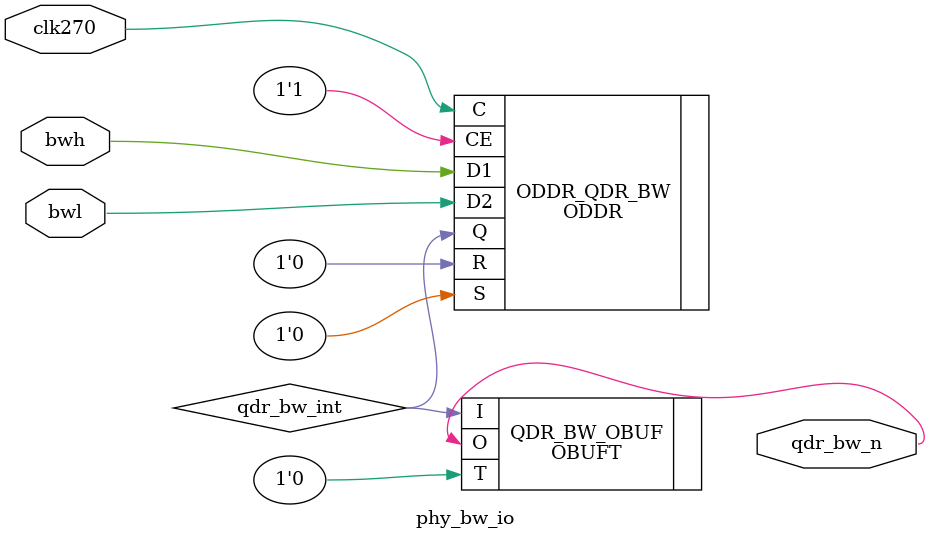
<source format=v>

`timescale 1ns/1ps

module phy_bw_io
  (
   input clk270,
   input bwl,
   input bwh,
   output qdr_bw_n
   );

   wire qdr_bw_int;

   ODDR #
     (
      .DDR_CLK_EDGE ( "SAME_EDGE" )
      )
     ODDR_QDR_BW
       (
        .Q  ( qdr_bw_int ),
        .C  ( clk270 ),
        .CE ( 1'b1 ),
        .D1 ( bwh ),
        .D2 ( bwl ),
        .R  ( 1'b0 ),
        .S  ( 1'b0 )
        );

   OBUFT QDR_BW_OBUF
     (
      .I ( qdr_bw_int ),
      .O ( qdr_bw_n ),
      .T ( 1'b0 )
      );

endmodule
</source>
